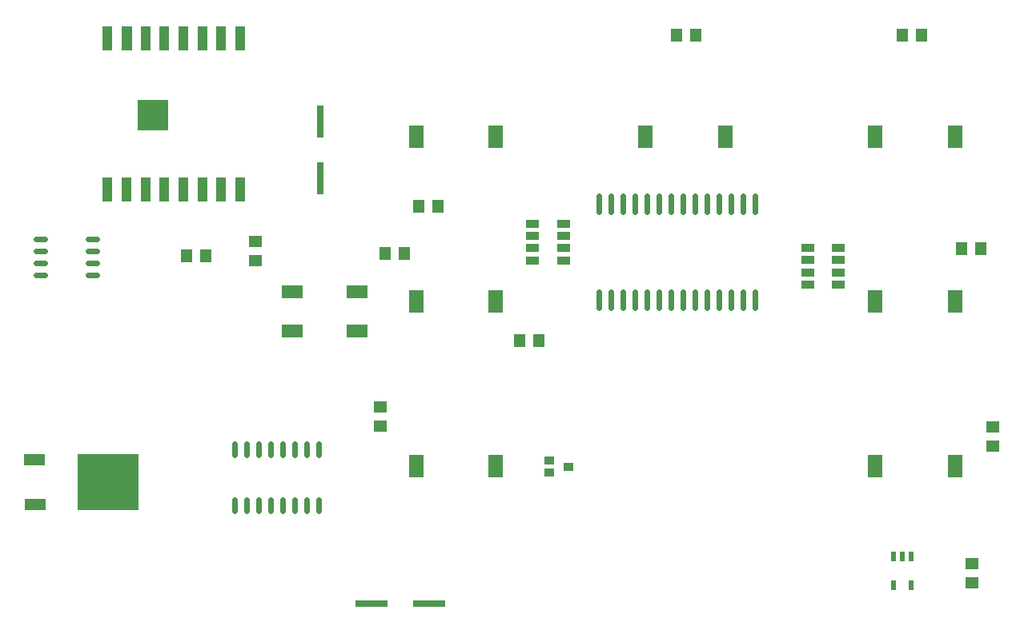
<source format=gtp>
G04 Layer: TopPasteMaskLayer*
G04 EasyEDA v6.2.46, 2019-11-10T21:10:00+07:00*
G04 036f7757b27e478886c894ae7df38c4b,e5c1abbfa1e54b71a98531a1dec44753,10*
G04 Gerber Generator version 0.2*
G04 Scale: 100 percent, Rotated: No, Reflected: No *
G04 Dimensions in millimeters *
G04 leading zeros omitted , absolute positions ,3 integer and 3 decimal *
%FSLAX33Y33*%
%MOMM*%
G90*
G71D02*

%ADD12C,0.599999*%
%ADD14R,1.160018X1.450010*%
%ADD15R,1.450010X1.160018*%
%ADD16R,1.054100X0.825500*%
%ADD17R,1.375004X0.899998*%
%ADD18R,0.799998X3.499866*%
%ADD19R,3.499866X0.799998*%
%ADD20R,1.499997X2.399995*%
%ADD21R,2.250008X1.399997*%
%ADD22R,2.199996X1.199998*%
%ADD23R,6.499987X6.000013*%
%ADD24R,1.099998X2.499995*%
%ADD25R,3.199994X3.199994*%
%ADD26R,0.550012X0.999998*%

%LPD*%
G54D12*
G01X4197Y49911D02*
G01X3277Y49911D01*
G01X4197Y48641D02*
G01X3277Y48641D01*
G01X4197Y47371D02*
G01X3277Y47371D01*
G01X4197Y46101D02*
G01X3277Y46101D01*
G01X9676Y49911D02*
G01X8756Y49911D01*
G01X9676Y48641D02*
G01X8756Y48641D01*
G01X9676Y47371D02*
G01X8756Y47371D01*
G01X9676Y46101D02*
G01X8756Y46101D01*
G01X79248Y54421D02*
G01X79248Y52721D01*
G01X77978Y54421D02*
G01X77978Y52721D01*
G01X76708Y54421D02*
G01X76708Y52721D01*
G01X75438Y54421D02*
G01X75438Y52721D01*
G01X74168Y54421D02*
G01X74168Y52721D01*
G01X72898Y54421D02*
G01X72898Y52721D01*
G01X71628Y54421D02*
G01X71628Y52721D01*
G01X70358Y54421D02*
G01X70358Y52721D01*
G01X69088Y54421D02*
G01X69088Y52721D01*
G01X67818Y54421D02*
G01X67818Y52721D01*
G01X66548Y54421D02*
G01X66548Y52721D01*
G01X65278Y54421D02*
G01X65278Y52721D01*
G01X64008Y54421D02*
G01X64008Y52721D01*
G01X62738Y54421D02*
G01X62738Y52721D01*
G01X79248Y44306D02*
G01X79248Y42606D01*
G01X77978Y44306D02*
G01X77978Y42606D01*
G01X76708Y44306D02*
G01X76708Y42606D01*
G01X75438Y44306D02*
G01X75438Y42606D01*
G01X74168Y44306D02*
G01X74168Y42606D01*
G01X72898Y44306D02*
G01X72898Y42606D01*
G01X71628Y44306D02*
G01X71628Y42606D01*
G01X70358Y44306D02*
G01X70358Y42606D01*
G01X69088Y44306D02*
G01X69088Y42606D01*
G01X67818Y44306D02*
G01X67818Y42606D01*
G01X66548Y44306D02*
G01X66548Y42606D01*
G01X65278Y44306D02*
G01X65278Y42606D01*
G01X64008Y44306D02*
G01X64008Y42606D01*
G01X62738Y44306D02*
G01X62738Y42606D01*
G01X24257Y22266D02*
G01X24257Y21066D01*
G01X25527Y22266D02*
G01X25527Y21066D01*
G01X26797Y22266D02*
G01X26797Y21066D01*
G01X28067Y22266D02*
G01X28067Y21066D01*
G01X29337Y22266D02*
G01X29337Y21066D01*
G01X30607Y22266D02*
G01X30607Y21066D01*
G01X31877Y22266D02*
G01X31877Y21066D01*
G01X33147Y22266D02*
G01X33147Y21066D01*
G01X24257Y28209D02*
G01X24257Y27009D01*
G01X25527Y28209D02*
G01X25527Y27009D01*
G01X26797Y28209D02*
G01X26797Y27009D01*
G01X28067Y28209D02*
G01X28067Y27009D01*
G01X29337Y28209D02*
G01X29337Y27009D01*
G01X30607Y28209D02*
G01X30607Y27009D01*
G01X31877Y28209D02*
G01X31877Y27009D01*
G01X33147Y28209D02*
G01X33147Y27009D01*
G54D14*
G01X19177Y48133D03*
G01X21209Y48133D03*
G54D15*
G01X26416Y47625D03*
G01X26416Y49657D03*
G54D16*
G01X59563Y25781D03*
G01X57531Y25120D03*
G01X57531Y26441D03*
G54D17*
G01X84836Y48930D03*
G01X84836Y47640D03*
G01X84836Y46355D03*
G01X84836Y45064D03*
G01X88082Y45064D03*
G01X88082Y46355D03*
G01X88082Y47640D03*
G01X88082Y48930D03*
G01X58999Y47625D03*
G01X58999Y48915D03*
G01X58999Y50200D03*
G01X58999Y51490D03*
G01X55753Y51490D03*
G01X55753Y50200D03*
G01X55753Y48915D03*
G01X55753Y47625D03*
G54D14*
G01X56388Y39116D03*
G01X54356Y39116D03*
G54D18*
G01X33279Y56281D03*
G01X33268Y62336D03*
G54D19*
G01X38755Y11297D03*
G01X44810Y11308D03*
G54D14*
G01X42164Y48387D03*
G01X40132Y48387D03*
G01X73025Y71501D03*
G01X70993Y71501D03*
G01X96901Y71501D03*
G01X94869Y71501D03*
G01X45720Y53340D03*
G01X43688Y53340D03*
G01X101092Y48895D03*
G01X103124Y48895D03*
G54D15*
G01X39624Y32131D03*
G01X39624Y30099D03*
G01X104394Y29972D03*
G01X104394Y27940D03*
G54D20*
G01X43425Y60706D03*
G01X51824Y60706D03*
G01X67713Y60706D03*
G01X76113Y60706D03*
G01X92002Y60706D03*
G01X100402Y60706D03*
G01X43425Y43275D03*
G01X51824Y43275D03*
G01X92002Y25844D03*
G01X100402Y25844D03*
G01X43425Y25844D03*
G01X51824Y25844D03*
G01X92002Y43275D03*
G01X100402Y43275D03*
G54D21*
G01X30353Y44332D03*
G01X37153Y44332D03*
G01X30353Y40132D03*
G01X37153Y40132D03*
G54D22*
G01X3114Y21767D03*
G01X3108Y26492D03*
G54D23*
G01X10861Y24130D03*
G54D24*
G01X10815Y55118D03*
G01X12826Y55118D03*
G01X14819Y55120D03*
G01X16828Y55119D03*
G01X18824Y55118D03*
G01X20820Y55119D03*
G01X22824Y55118D03*
G01X24820Y55119D03*
G01X10815Y71120D03*
G36*
G01X12265Y69870D02*
G01X12265Y72369D01*
G01X13365Y72369D01*
G01X13365Y69870D01*
G01X12265Y69870D01*
G37*
G01X14814Y71122D03*
G01X16813Y71121D03*
G01X18815Y71120D03*
G01X20815Y71121D03*
G01X22815Y71120D03*
G01X24813Y71120D03*
G54D25*
G01X15641Y62992D03*
G54D15*
G01X102235Y13462D03*
G01X102235Y15494D03*
G54D26*
G01X95818Y13232D03*
G01X93919Y13232D03*
G01X93919Y16232D03*
G01X94869Y16232D03*
G01X95818Y16232D03*
M00*
M02*

</source>
